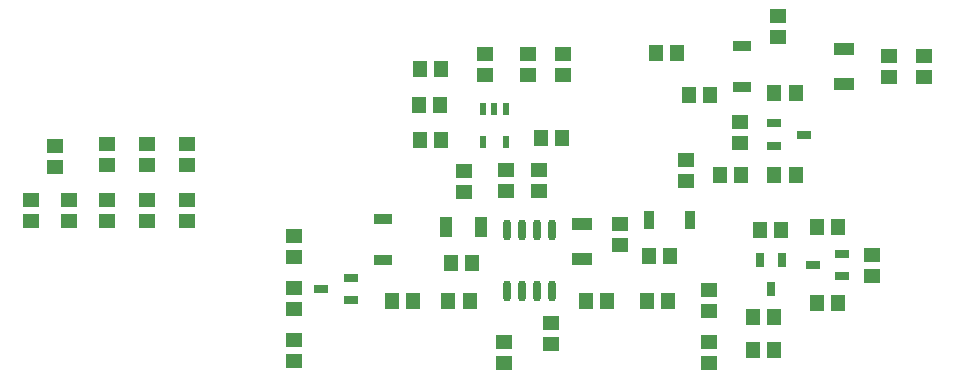
<source format=gbr>
%TF.GenerationSoftware,KiCad,Pcbnew,(5.1.4)-1*%
%TF.CreationDate,2020-11-06T00:28:36+08:00*%
%TF.ProjectId,interface,696e7465-7266-4616-9365-2e6b69636164,rev?*%
%TF.SameCoordinates,Original*%
%TF.FileFunction,Paste,Top*%
%TF.FilePolarity,Positive*%
%FSLAX46Y46*%
G04 Gerber Fmt 4.6, Leading zero omitted, Abs format (unit mm)*
G04 Created by KiCad (PCBNEW (5.1.4)-1) date 2020-11-06 00:28:36*
%MOMM*%
%LPD*%
G04 APERTURE LIST*
%ADD10R,1.160000X1.470000*%
%ADD11R,0.900000X1.500000*%
%ADD12R,1.500000X0.900000*%
%ADD13R,1.800000X1.130000*%
%ADD14R,1.130000X1.800000*%
%ADD15R,1.470000X1.160000*%
%ADD16R,1.250000X0.700000*%
%ADD17R,0.600000X1.100000*%
%ADD18O,0.700000X1.800000*%
%ADD19R,0.700000X1.250000*%
G04 APERTURE END LIST*
D10*
X67510000Y-70600000D03*
X69290000Y-70600000D03*
D11*
X87750000Y-67000000D03*
X84250000Y-67000000D03*
D12*
X92200000Y-52250000D03*
X92200000Y-55750000D03*
D13*
X78600000Y-70290000D03*
X78600000Y-67310000D03*
X100800000Y-52510000D03*
X100800000Y-55490000D03*
D14*
X67110000Y-67600000D03*
X70090000Y-67600000D03*
D15*
X89400000Y-77310000D03*
X89400000Y-79090000D03*
X54200000Y-78890000D03*
X54200000Y-77110000D03*
D16*
X97370000Y-59748010D03*
X94870000Y-60698010D03*
X94870000Y-58798010D03*
D17*
X72150000Y-60400000D03*
X70250000Y-60400000D03*
X70250000Y-57600000D03*
X71200000Y-57600000D03*
X72150000Y-57600000D03*
D18*
X72295000Y-67800000D03*
X73565000Y-67800000D03*
X74835000Y-67800000D03*
X76105000Y-67800000D03*
X76105000Y-73000000D03*
X74835000Y-73000000D03*
X73565000Y-73000000D03*
X72295000Y-73000000D03*
D10*
X98510000Y-67600000D03*
X100290000Y-67600000D03*
D15*
X103200000Y-69910000D03*
X103200000Y-71690000D03*
D10*
X100290000Y-74000000D03*
X98510000Y-74000000D03*
D15*
X89400000Y-74690000D03*
X89400000Y-72910000D03*
D10*
X93710000Y-67800000D03*
X95490000Y-67800000D03*
X94910000Y-56200000D03*
X96690000Y-56200000D03*
D15*
X92000000Y-60490000D03*
X92000000Y-58710000D03*
D10*
X94910000Y-63200000D03*
X96690000Y-63200000D03*
D15*
X87400000Y-63690000D03*
X87400000Y-61910000D03*
D10*
X89490000Y-56400000D03*
X87710000Y-56400000D03*
D15*
X72000000Y-77310000D03*
X72000000Y-79090000D03*
X75000000Y-64490000D03*
X75000000Y-62710000D03*
X72200000Y-62710000D03*
X72200000Y-64490000D03*
X68600000Y-64580000D03*
X68600000Y-62800000D03*
X70400000Y-52910000D03*
X70400000Y-54690000D03*
D10*
X86090000Y-70000000D03*
X84310000Y-70000000D03*
D15*
X74000000Y-52910000D03*
X74000000Y-54690000D03*
D10*
X66579999Y-57200000D03*
X64799999Y-57200000D03*
D15*
X54200000Y-72710000D03*
X54200000Y-74490000D03*
X54200000Y-70090000D03*
X54200000Y-68310000D03*
D16*
X98150000Y-70800000D03*
X100650000Y-69850000D03*
X100650000Y-71750000D03*
D19*
X94600000Y-72850000D03*
X93650000Y-70350000D03*
X95550000Y-70350000D03*
D16*
X56550000Y-72800000D03*
X59050000Y-71850000D03*
X59050000Y-73750000D03*
D10*
X93110000Y-78000000D03*
X94890000Y-78000000D03*
D15*
X95200000Y-51490000D03*
X95200000Y-49710000D03*
D10*
X85890000Y-73800000D03*
X84110000Y-73800000D03*
X62510000Y-73800000D03*
X64290000Y-73800000D03*
D15*
X35200000Y-67090000D03*
X35200000Y-65310000D03*
X45200000Y-67090000D03*
X45200000Y-65310000D03*
X41800000Y-67090000D03*
X41800000Y-65310000D03*
X32000000Y-67090000D03*
X32000000Y-65310000D03*
X38400000Y-67090000D03*
X38400000Y-65310000D03*
X107600000Y-54890000D03*
X107600000Y-53110000D03*
D12*
X61800000Y-70350000D03*
X61800000Y-66850000D03*
D10*
X94890000Y-75200000D03*
X93110000Y-75200000D03*
D15*
X104600000Y-53110000D03*
X104600000Y-54890000D03*
D10*
X92090000Y-63200000D03*
X90310000Y-63200000D03*
X86690000Y-52800000D03*
X84910000Y-52800000D03*
X76890000Y-60000000D03*
X75110000Y-60000000D03*
X80690000Y-73800000D03*
X78910000Y-73800000D03*
D15*
X77000000Y-54690000D03*
X77000000Y-52910000D03*
D10*
X64910000Y-54200000D03*
X66690000Y-54200000D03*
X66690000Y-60200000D03*
X64910000Y-60200000D03*
X67310000Y-73800000D03*
X69090000Y-73800000D03*
D15*
X81800000Y-69090000D03*
X81800000Y-67310000D03*
X76000000Y-75710000D03*
X76000000Y-77490000D03*
X34000000Y-60710000D03*
X34000000Y-62490000D03*
X38400000Y-60510000D03*
X38400000Y-62290000D03*
X41800000Y-60510000D03*
X41800000Y-62290000D03*
X45200000Y-60510000D03*
X45200000Y-62290000D03*
M02*

</source>
